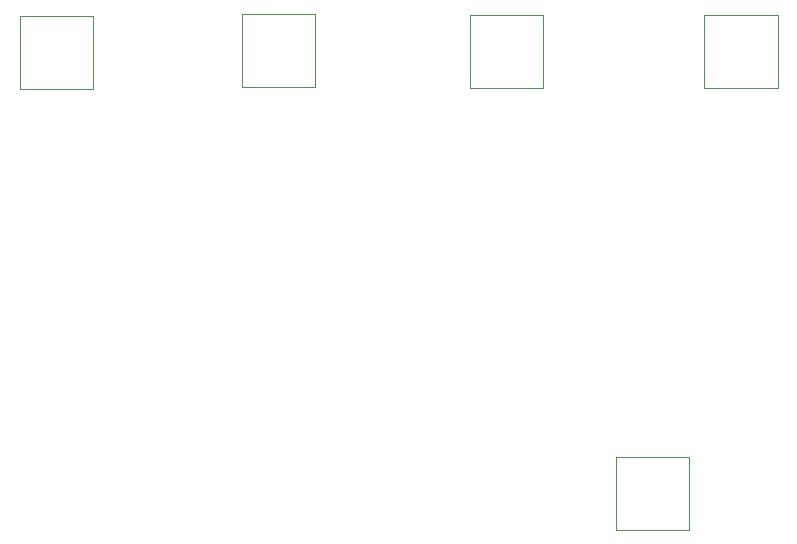
<source format=gbr>
%TF.GenerationSoftware,Altium Limited,Altium Designer,18.1.9 (240)*%
G04 Layer_Color=32768*
%FSLAX43Y43*%
%MOMM*%
%TF.FileFunction,Other,Mechanical_11*%
%TF.Part,Single*%
G01*
G75*
%TA.AperFunction,NonConductor*%
%ADD63C,0.100*%
D63*
X45124Y66187D02*
Y72387D01*
X51324D01*
Y66187D02*
Y72387D01*
X45124Y66187D02*
X51324D01*
X63956Y66387D02*
X70156D01*
Y72587D01*
X63956D02*
X70156D01*
X63956Y66387D02*
Y72587D01*
X101779Y28828D02*
Y35028D01*
X95579Y28828D02*
X101779D01*
X95579D02*
Y35028D01*
X101779D01*
X103108Y66250D02*
Y72450D01*
X109308D01*
Y66250D02*
Y72450D01*
X103108Y66250D02*
X109308D01*
X83224D02*
Y72450D01*
X89424D01*
Y66250D02*
Y72450D01*
X83224Y66250D02*
X89424D01*
%TF.MD5,e9e5cf9fa5e305d41cc17e7af4021b58*%
M02*

</source>
